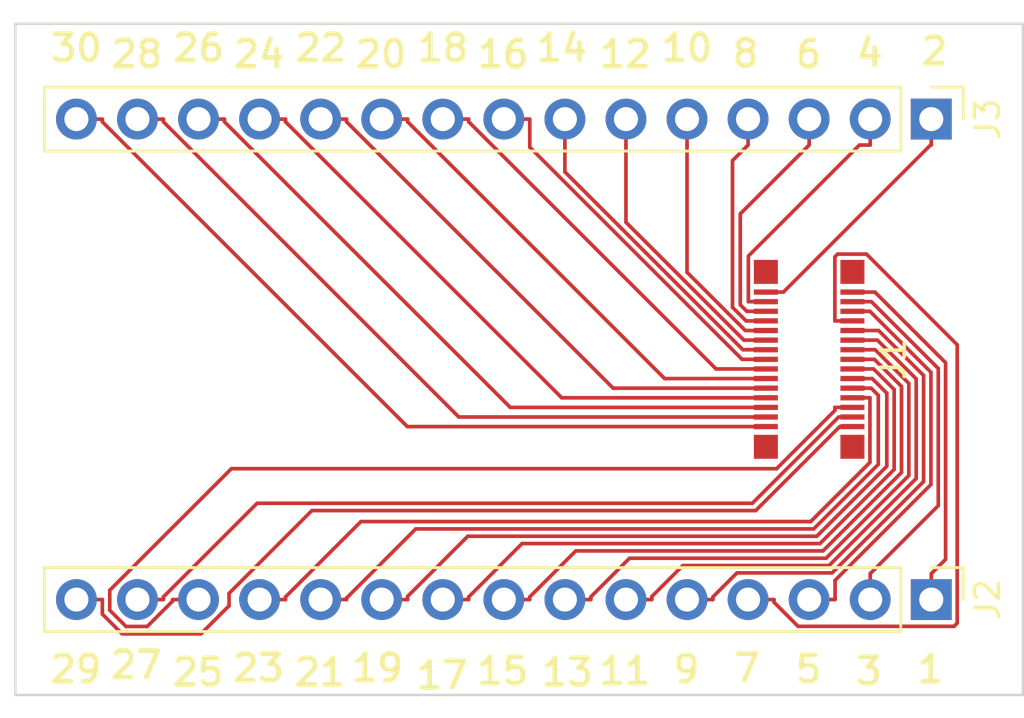
<source format=kicad_pcb>
(kicad_pcb (version 4) (host pcbnew 4.0.6)

  (general
    (links 30)
    (no_connects 0)
    (area 113.5826 82.804266 156.260001 112.775733)
    (thickness 1.6002)
    (drawings 35)
    (tracks 185)
    (zones 0)
    (modules 3)
    (nets 31)
  )

  (page A4)
  (layers
    (0 Top signal)
    (31 Bottom signal)
    (33 F.Adhes user)
    (35 F.Paste user)
    (37 F.SilkS user)
    (39 F.Mask user)
    (40 Dwgs.User user)
    (41 Cmts.User user)
    (42 Eco1.User user)
    (43 Eco2.User user)
    (44 Edge.Cuts user)
    (45 Margin user)
    (47 F.CrtYd user)
    (49 F.Fab user)
  )

  (setup
    (last_trace_width 0.1524)
    (trace_clearance 0.1524)
    (zone_clearance 0.508)
    (zone_45_only no)
    (trace_min 0.1524)
    (segment_width 0.2)
    (edge_width 0.1)
    (via_size 0.6858)
    (via_drill 0.3302)
    (via_min_size 0.6858)
    (via_min_drill 0.3302)
    (uvia_size 0.762)
    (uvia_drill 0.508)
    (uvias_allowed no)
    (uvia_min_size 0)
    (uvia_min_drill 0)
    (pcb_text_width 0.3)
    (pcb_text_size 1.1 1.1)
    (mod_edge_width 0.15)
    (mod_text_size 1 1)
    (mod_text_width 0.15)
    (pad_size 1.5 1.5)
    (pad_drill 0.6)
    (pad_to_mask_clearance 0)
    (aux_axis_origin 0 0)
    (visible_elements 7FFFFFFF)
    (pcbplotparams
      (layerselection 0x010a8_ffffffff)
      (usegerberextensions true)
      (excludeedgelayer true)
      (linewidth 0.100000)
      (plotframeref false)
      (viasonmask false)
      (mode 1)
      (useauxorigin false)
      (hpglpennumber 1)
      (hpglpenspeed 20)
      (hpglpendiameter 15)
      (hpglpenoverlay 2)
      (psnegative false)
      (psa4output false)
      (plotreference true)
      (plotvalue true)
      (plotinvisibletext false)
      (padsonsilk false)
      (subtractmaskfromsilk false)
      (outputformat 1)
      (mirror false)
      (drillshape 0)
      (scaleselection 1)
      (outputdirectory plots))
  )

  (net 0 "")
  (net 1 "Net-(J1-Pad1)")
  (net 2 "Net-(J1-Pad3)")
  (net 3 "Net-(J1-Pad5)")
  (net 4 "Net-(J1-Pad7)")
  (net 5 "Net-(J1-Pad9)")
  (net 6 "Net-(J1-Pad11)")
  (net 7 "Net-(J1-Pad13)")
  (net 8 "Net-(J1-Pad15)")
  (net 9 "Net-(J1-Pad17)")
  (net 10 "Net-(J1-Pad19)")
  (net 11 "Net-(J1-Pad21)")
  (net 12 "Net-(J1-Pad23)")
  (net 13 "Net-(J1-Pad25)")
  (net 14 "Net-(J1-Pad27)")
  (net 15 "Net-(J1-Pad29)")
  (net 16 "Net-(J1-Pad2)")
  (net 17 "Net-(J1-Pad4)")
  (net 18 "Net-(J1-Pad6)")
  (net 19 "Net-(J1-Pad8)")
  (net 20 "Net-(J1-Pad10)")
  (net 21 "Net-(J1-Pad12)")
  (net 22 "Net-(J1-Pad14)")
  (net 23 "Net-(J1-Pad16)")
  (net 24 "Net-(J1-Pad18)")
  (net 25 "Net-(J1-Pad20)")
  (net 26 "Net-(J1-Pad22)")
  (net 27 "Net-(J1-Pad24)")
  (net 28 "Net-(J1-Pad26)")
  (net 29 "Net-(J1-Pad28)")
  (net 30 "Net-(J1-Pad30)")

  (net_class Default "This is the default net class."
    (clearance 0.1524)
    (trace_width 0.1524)
    (via_dia 0.6858)
    (via_drill 0.3302)
    (uvia_dia 0.762)
    (uvia_drill 0.508)
    (add_net "Net-(J1-Pad1)")
    (add_net "Net-(J1-Pad10)")
    (add_net "Net-(J1-Pad11)")
    (add_net "Net-(J1-Pad12)")
    (add_net "Net-(J1-Pad13)")
    (add_net "Net-(J1-Pad14)")
    (add_net "Net-(J1-Pad15)")
    (add_net "Net-(J1-Pad16)")
    (add_net "Net-(J1-Pad17)")
    (add_net "Net-(J1-Pad18)")
    (add_net "Net-(J1-Pad19)")
    (add_net "Net-(J1-Pad2)")
    (add_net "Net-(J1-Pad20)")
    (add_net "Net-(J1-Pad21)")
    (add_net "Net-(J1-Pad22)")
    (add_net "Net-(J1-Pad23)")
    (add_net "Net-(J1-Pad24)")
    (add_net "Net-(J1-Pad25)")
    (add_net "Net-(J1-Pad26)")
    (add_net "Net-(J1-Pad27)")
    (add_net "Net-(J1-Pad28)")
    (add_net "Net-(J1-Pad29)")
    (add_net "Net-(J1-Pad3)")
    (add_net "Net-(J1-Pad30)")
    (add_net "Net-(J1-Pad4)")
    (add_net "Net-(J1-Pad5)")
    (add_net "Net-(J1-Pad6)")
    (add_net "Net-(J1-Pad7)")
    (add_net "Net-(J1-Pad8)")
    (add_net "Net-(J1-Pad9)")
  )

  (module Pin_Headers:Pin_Header_Straight_1x15_Pitch2.54mm locked placed (layer Top) (tedit 58CD4EC2) (tstamp 59092488)
    (at 152.4 107.79 270)
    (descr "Through hole straight pin header, 1x15, 2.54mm pitch, single row")
    (tags "Through hole pin header THT 1x15 2.54mm single row")
    (path /590920EA)
    (fp_text reference J2 (at 0 -2.33 270) (layer F.SilkS)
      (effects (font (size 1 1) (thickness 0.15)))
    )
    (fp_text value CONN_01X15 (at 0 37.89 270) (layer F.Fab)
      (effects (font (size 1 1) (thickness 0.15)))
    )
    (fp_line (start -1.27 -1.27) (end -1.27 36.83) (layer F.Fab) (width 0.1))
    (fp_line (start -1.27 36.83) (end 1.27 36.83) (layer F.Fab) (width 0.1))
    (fp_line (start 1.27 36.83) (end 1.27 -1.27) (layer F.Fab) (width 0.1))
    (fp_line (start 1.27 -1.27) (end -1.27 -1.27) (layer F.Fab) (width 0.1))
    (fp_line (start -1.33 1.27) (end -1.33 36.89) (layer F.SilkS) (width 0.12))
    (fp_line (start -1.33 36.89) (end 1.33 36.89) (layer F.SilkS) (width 0.12))
    (fp_line (start 1.33 36.89) (end 1.33 1.27) (layer F.SilkS) (width 0.12))
    (fp_line (start 1.33 1.27) (end -1.33 1.27) (layer F.SilkS) (width 0.12))
    (fp_line (start -1.33 0) (end -1.33 -1.33) (layer F.SilkS) (width 0.12))
    (fp_line (start -1.33 -1.33) (end 0 -1.33) (layer F.SilkS) (width 0.12))
    (fp_line (start -1.8 -1.8) (end -1.8 37.35) (layer F.CrtYd) (width 0.05))
    (fp_line (start -1.8 37.35) (end 1.8 37.35) (layer F.CrtYd) (width 0.05))
    (fp_line (start 1.8 37.35) (end 1.8 -1.8) (layer F.CrtYd) (width 0.05))
    (fp_line (start 1.8 -1.8) (end -1.8 -1.8) (layer F.CrtYd) (width 0.05))
    (fp_text user %R (at 0 -2.33 270) (layer F.Fab)
      (effects (font (size 1 1) (thickness 0.15)))
    )
    (pad 1 thru_hole rect (at 0 0 270) (size 1.7 1.7) (drill 1) (layers *.Cu *.Mask)
      (net 1 "Net-(J1-Pad1)"))
    (pad 2 thru_hole oval (at 0 2.54 270) (size 1.7 1.7) (drill 1) (layers *.Cu *.Mask)
      (net 2 "Net-(J1-Pad3)"))
    (pad 3 thru_hole oval (at 0 5.08 270) (size 1.7 1.7) (drill 1) (layers *.Cu *.Mask)
      (net 3 "Net-(J1-Pad5)"))
    (pad 4 thru_hole oval (at 0 7.62 270) (size 1.7 1.7) (drill 1) (layers *.Cu *.Mask)
      (net 4 "Net-(J1-Pad7)"))
    (pad 5 thru_hole oval (at 0 10.16 270) (size 1.7 1.7) (drill 1) (layers *.Cu *.Mask)
      (net 5 "Net-(J1-Pad9)"))
    (pad 6 thru_hole oval (at 0 12.7 270) (size 1.7 1.7) (drill 1) (layers *.Cu *.Mask)
      (net 6 "Net-(J1-Pad11)"))
    (pad 7 thru_hole oval (at 0 15.24 270) (size 1.7 1.7) (drill 1) (layers *.Cu *.Mask)
      (net 7 "Net-(J1-Pad13)"))
    (pad 8 thru_hole oval (at 0 17.78 270) (size 1.7 1.7) (drill 1) (layers *.Cu *.Mask)
      (net 8 "Net-(J1-Pad15)"))
    (pad 9 thru_hole oval (at 0 20.32 270) (size 1.7 1.7) (drill 1) (layers *.Cu *.Mask)
      (net 9 "Net-(J1-Pad17)"))
    (pad 10 thru_hole oval (at 0 22.86 270) (size 1.7 1.7) (drill 1) (layers *.Cu *.Mask)
      (net 10 "Net-(J1-Pad19)"))
    (pad 11 thru_hole oval (at 0 25.4 270) (size 1.7 1.7) (drill 1) (layers *.Cu *.Mask)
      (net 11 "Net-(J1-Pad21)"))
    (pad 12 thru_hole oval (at 0 27.94 270) (size 1.7 1.7) (drill 1) (layers *.Cu *.Mask)
      (net 12 "Net-(J1-Pad23)"))
    (pad 13 thru_hole oval (at 0 30.48 270) (size 1.7 1.7) (drill 1) (layers *.Cu *.Mask)
      (net 13 "Net-(J1-Pad25)"))
    (pad 14 thru_hole oval (at 0 33.02 270) (size 1.7 1.7) (drill 1) (layers *.Cu *.Mask)
      (net 14 "Net-(J1-Pad27)"))
    (pad 15 thru_hole oval (at 0 35.56 270) (size 1.7 1.7) (drill 1) (layers *.Cu *.Mask)
      (net 15 "Net-(J1-Pad29)"))
    (model ${KISYS3DMOD}/Pin_Headers.3dshapes/Pin_Header_Straight_1x15_Pitch2.54mm.wrl
      (at (xyz 0 -0.7 0))
      (scale (xyz 1 1 1))
      (rotate (xyz 0 0 90))
    )
  )

  (module Pin_Headers:Pin_Header_Straight_1x15_Pitch2.54mm locked placed (layer Top) (tedit 58CD4EC2) (tstamp 5909249B)
    (at 152.4 87.79 270)
    (descr "Through hole straight pin header, 1x15, 2.54mm pitch, single row")
    (tags "Through hole pin header THT 1x15 2.54mm single row")
    (path /59092171)
    (fp_text reference J3 (at 0 -2.33 270) (layer F.SilkS)
      (effects (font (size 1 1) (thickness 0.15)))
    )
    (fp_text value CONN_01X15 (at 0 37.89 270) (layer F.Fab)
      (effects (font (size 1 1) (thickness 0.15)))
    )
    (fp_line (start -1.27 -1.27) (end -1.27 36.83) (layer F.Fab) (width 0.1))
    (fp_line (start -1.27 36.83) (end 1.27 36.83) (layer F.Fab) (width 0.1))
    (fp_line (start 1.27 36.83) (end 1.27 -1.27) (layer F.Fab) (width 0.1))
    (fp_line (start 1.27 -1.27) (end -1.27 -1.27) (layer F.Fab) (width 0.1))
    (fp_line (start -1.33 1.27) (end -1.33 36.89) (layer F.SilkS) (width 0.12))
    (fp_line (start -1.33 36.89) (end 1.33 36.89) (layer F.SilkS) (width 0.12))
    (fp_line (start 1.33 36.89) (end 1.33 1.27) (layer F.SilkS) (width 0.12))
    (fp_line (start 1.33 1.27) (end -1.33 1.27) (layer F.SilkS) (width 0.12))
    (fp_line (start -1.33 0) (end -1.33 -1.33) (layer F.SilkS) (width 0.12))
    (fp_line (start -1.33 -1.33) (end 0 -1.33) (layer F.SilkS) (width 0.12))
    (fp_line (start -1.8 -1.8) (end -1.8 37.35) (layer F.CrtYd) (width 0.05))
    (fp_line (start -1.8 37.35) (end 1.8 37.35) (layer F.CrtYd) (width 0.05))
    (fp_line (start 1.8 37.35) (end 1.8 -1.8) (layer F.CrtYd) (width 0.05))
    (fp_line (start 1.8 -1.8) (end -1.8 -1.8) (layer F.CrtYd) (width 0.05))
    (fp_text user %R (at 0 -2.33 270) (layer F.Fab)
      (effects (font (size 1 1) (thickness 0.15)))
    )
    (pad 1 thru_hole rect (at 0 0 270) (size 1.7 1.7) (drill 1) (layers *.Cu *.Mask)
      (net 16 "Net-(J1-Pad2)"))
    (pad 2 thru_hole oval (at 0 2.54 270) (size 1.7 1.7) (drill 1) (layers *.Cu *.Mask)
      (net 17 "Net-(J1-Pad4)"))
    (pad 3 thru_hole oval (at 0 5.08 270) (size 1.7 1.7) (drill 1) (layers *.Cu *.Mask)
      (net 18 "Net-(J1-Pad6)"))
    (pad 4 thru_hole oval (at 0 7.62 270) (size 1.7 1.7) (drill 1) (layers *.Cu *.Mask)
      (net 19 "Net-(J1-Pad8)"))
    (pad 5 thru_hole oval (at 0 10.16 270) (size 1.7 1.7) (drill 1) (layers *.Cu *.Mask)
      (net 20 "Net-(J1-Pad10)"))
    (pad 6 thru_hole oval (at 0 12.7 270) (size 1.7 1.7) (drill 1) (layers *.Cu *.Mask)
      (net 21 "Net-(J1-Pad12)"))
    (pad 7 thru_hole oval (at 0 15.24 270) (size 1.7 1.7) (drill 1) (layers *.Cu *.Mask)
      (net 22 "Net-(J1-Pad14)"))
    (pad 8 thru_hole oval (at 0 17.78 270) (size 1.7 1.7) (drill 1) (layers *.Cu *.Mask)
      (net 23 "Net-(J1-Pad16)"))
    (pad 9 thru_hole oval (at 0 20.32 270) (size 1.7 1.7) (drill 1) (layers *.Cu *.Mask)
      (net 24 "Net-(J1-Pad18)"))
    (pad 10 thru_hole oval (at 0 22.86 270) (size 1.7 1.7) (drill 1) (layers *.Cu *.Mask)
      (net 25 "Net-(J1-Pad20)"))
    (pad 11 thru_hole oval (at 0 25.4 270) (size 1.7 1.7) (drill 1) (layers *.Cu *.Mask)
      (net 26 "Net-(J1-Pad22)"))
    (pad 12 thru_hole oval (at 0 27.94 270) (size 1.7 1.7) (drill 1) (layers *.Cu *.Mask)
      (net 27 "Net-(J1-Pad24)"))
    (pad 13 thru_hole oval (at 0 30.48 270) (size 1.7 1.7) (drill 1) (layers *.Cu *.Mask)
      (net 28 "Net-(J1-Pad26)"))
    (pad 14 thru_hole oval (at 0 33.02 270) (size 1.7 1.7) (drill 1) (layers *.Cu *.Mask)
      (net 29 "Net-(J1-Pad28)"))
    (pad 15 thru_hole oval (at 0 35.56 270) (size 1.7 1.7) (drill 1) (layers *.Cu *.Mask)
      (net 30 "Net-(J1-Pad30)"))
    (model ${KISYS3DMOD}/Pin_Headers.3dshapes/Pin_Header_Straight_1x15_Pitch2.54mm.wrl
      (at (xyz 0 -0.7 0))
      (scale (xyz 1 1 1))
      (rotate (xyz 0 0 90))
    )
  )

  (module Molex500913-0402:Molex_SlimStack_Plug_2x15_Pitch0.5mm_501920-3001 placed (layer Top) (tedit 590981CF) (tstamp 59092475)
    (at 147.32 97.79 270)
    (descr "Molex SlimStack plug, 02x15 contacts 0.5mm pitch 4mm height, http://www.molex.com/pdm_docs/sd/5019204001_sd.pdf")
    (tags "connector molex slimstack 501920-3001")
    (path /5901C966)
    (attr smd)
    (fp_text reference J1 (at 0 -3.5 270) (layer F.SilkS)
      (effects (font (size 1 1) (thickness 0.15)))
    )
    (fp_text value CONN_02X15 (at 0 3.5 270) (layer F.Fab)
      (effects (font (size 1 1) (thickness 0.15)))
    )
    (fp_line (start -5.2 -1.7) (end 5.2 -1.7) (layer F.Fab) (width 0.15))
    (fp_line (start 5.2 -1.7) (end 5.2 1.8) (layer F.Fab) (width 0.15))
    (fp_line (start 5.2 1.8) (end -5.2 1.8) (layer F.Fab) (width 0.15))
    (fp_line (start -5.2 1.8) (end -5.2 -1.7) (layer F.Fab) (width 0.15))
    (fp_text user %R (at 0 0 270) (layer F.Fab)
      (effects (font (size 1 1) (thickness 0.15)))
    )
    (pad x smd rect (at 3.64 1.8 270) (size 1 1) (layers Top F.Paste F.Mask))
    (pad x smd rect (at -3.64 1.8 270) (size 1 1) (layers Top F.Paste F.Mask))
    (pad x smd rect (at 3.64 -1.8 270) (size 1 1) (layers Top F.Paste F.Mask))
    (pad 1 smd rect (at -2.8 -1.8 270) (size 0.22 1) (layers Top F.Paste F.Mask)
      (net 1 "Net-(J1-Pad1)"))
    (pad 3 smd rect (at -2.4 -1.8 270) (size 0.22 1) (layers Top F.Paste F.Mask)
      (net 2 "Net-(J1-Pad3)"))
    (pad 5 smd rect (at -2 -1.8 270) (size 0.22 1) (layers Top F.Paste F.Mask)
      (net 3 "Net-(J1-Pad5)"))
    (pad 7 smd rect (at -1.6 -1.8 270) (size 0.22 1) (layers Top F.Paste F.Mask)
      (net 4 "Net-(J1-Pad7)"))
    (pad 9 smd rect (at -1.2 -1.8 270) (size 0.22 1) (layers Top F.Paste F.Mask)
      (net 5 "Net-(J1-Pad9)"))
    (pad 11 smd rect (at -0.8 -1.8 270) (size 0.22 1) (layers Top F.Paste F.Mask)
      (net 6 "Net-(J1-Pad11)"))
    (pad 13 smd rect (at -0.4 -1.8 270) (size 0.22 1) (layers Top F.Paste F.Mask)
      (net 7 "Net-(J1-Pad13)"))
    (pad 15 smd rect (at 0 -1.8 270) (size 0.22 1) (layers Top F.Paste F.Mask)
      (net 8 "Net-(J1-Pad15)"))
    (pad 17 smd rect (at 0.4 -1.8 270) (size 0.22 1) (layers Top F.Paste F.Mask)
      (net 9 "Net-(J1-Pad17)"))
    (pad 19 smd rect (at 0.8 -1.8 270) (size 0.22 1) (layers Top F.Paste F.Mask)
      (net 10 "Net-(J1-Pad19)"))
    (pad 21 smd rect (at 1.2 -1.8 270) (size 0.22 1) (layers Top F.Paste F.Mask)
      (net 11 "Net-(J1-Pad21)"))
    (pad 23 smd rect (at 1.6 -1.8 270) (size 0.22 1) (layers Top F.Paste F.Mask)
      (net 12 "Net-(J1-Pad23)"))
    (pad 25 smd rect (at 2 -1.8 270) (size 0.22 1) (layers Top F.Paste F.Mask)
      (net 13 "Net-(J1-Pad25)"))
    (pad 27 smd rect (at 2.4 -1.8 270) (size 0.22 1) (layers Top F.Paste F.Mask)
      (net 14 "Net-(J1-Pad27)"))
    (pad 29 smd rect (at 2.8 -1.8 270) (size 0.22 1) (layers Top F.Paste F.Mask)
      (net 15 "Net-(J1-Pad29)"))
    (pad 2 smd rect (at -2.8 1.8 270) (size 0.22 1) (layers Top F.Paste F.Mask)
      (net 16 "Net-(J1-Pad2)"))
    (pad 4 smd rect (at -2.4 1.8 270) (size 0.22 1) (layers Top F.Paste F.Mask)
      (net 17 "Net-(J1-Pad4)"))
    (pad 6 smd rect (at -2 1.8 270) (size 0.22 1) (layers Top F.Paste F.Mask)
      (net 18 "Net-(J1-Pad6)"))
    (pad 8 smd rect (at -1.6 1.8 270) (size 0.22 1) (layers Top F.Paste F.Mask)
      (net 19 "Net-(J1-Pad8)"))
    (pad 10 smd rect (at -1.2 1.8 270) (size 0.22 1) (layers Top F.Paste F.Mask)
      (net 20 "Net-(J1-Pad10)"))
    (pad 12 smd rect (at -0.8 1.8 270) (size 0.22 1) (layers Top F.Paste F.Mask)
      (net 21 "Net-(J1-Pad12)"))
    (pad 14 smd rect (at -0.4 1.8 270) (size 0.22 1) (layers Top F.Paste F.Mask)
      (net 22 "Net-(J1-Pad14)"))
    (pad 16 smd rect (at 0 1.8 270) (size 0.22 1) (layers Top F.Paste F.Mask)
      (net 23 "Net-(J1-Pad16)"))
    (pad 18 smd rect (at 0.4 1.8 270) (size 0.22 1) (layers Top F.Paste F.Mask)
      (net 24 "Net-(J1-Pad18)"))
    (pad 20 smd rect (at 0.8 1.8 270) (size 0.22 1) (layers Top F.Paste F.Mask)
      (net 25 "Net-(J1-Pad20)"))
    (pad 22 smd rect (at 1.2 1.8 270) (size 0.22 1) (layers Top F.Paste F.Mask)
      (net 26 "Net-(J1-Pad22)"))
    (pad 24 smd rect (at 1.6 1.8 270) (size 0.22 1) (layers Top F.Paste F.Mask)
      (net 27 "Net-(J1-Pad24)"))
    (pad 26 smd rect (at 2 1.8 270) (size 0.22 1) (layers Top F.Paste F.Mask)
      (net 28 "Net-(J1-Pad26)"))
    (pad 28 smd rect (at 2.4 1.8 270) (size 0.22 1) (layers Top F.Paste F.Mask)
      (net 29 "Net-(J1-Pad28)"))
    (pad 30 smd rect (at 2.8 1.8 270) (size 0.22 1) (layers Top F.Paste F.Mask)
      (net 30 "Net-(J1-Pad30)"))
    (pad x smd rect (at -3.64 -1.8 270) (size 1 1) (layers Top F.Paste F.Mask))
    (model ${KISYS3DMOD}/Connectors_Molex.3dshapes/Molex_SlimStack_Plug_2x15_Pitch0.5mm_501920-3001.wrl
      (at (xyz 0 0 0))
      (scale (xyz 1 1 1))
      (rotate (xyz 0 0 0))
    )
    (model C:/Users/ggira/Desktop/5009130302.wrl
      (at (xyz 0 0 0))
      (scale (xyz 0.3937 0.3937 0.3937))
      (rotate (xyz -90 0 0))
    )
  )

  (gr_line (start 114.3 83.82) (end 114.3 83.82) (layer Edge.Cuts) (width 0.1) (tstamp 59096513))
  (gr_line (start 156.21 83.82) (end 114.3 83.82) (layer Edge.Cuts) (width 0.1))
  (gr_line (start 156.21 111.76) (end 156.21 83.82) (layer Edge.Cuts) (width 0.1))
  (gr_line (start 114.3 111.76) (end 156.21 111.76) (layer Edge.Cuts) (width 0.1))
  (gr_line (start 114.3 83.82) (end 114.3 111.76) (layer Edge.Cuts) (width 0.1))
  (gr_text 28 (at 119.3546 85.09) (layer F.SilkS)
    (effects (font (size 1.1 1.1) (thickness 0.2)))
  )
  (gr_text 26 (at 121.92 84.836) (layer F.SilkS)
    (effects (font (size 1.1 1.1) (thickness 0.2)))
  )
  (gr_text 24 (at 124.4346 85.09) (layer F.SilkS)
    (effects (font (size 1.1 1.1) (thickness 0.2)))
  )
  (gr_text 22 (at 127 84.836) (layer F.SilkS)
    (effects (font (size 1.1 1.1) (thickness 0.2)))
  )
  (gr_text "20\n" (at 129.5146 85.09) (layer F.SilkS)
    (effects (font (size 1.1 1.1) (thickness 0.2)))
  )
  (gr_text 18 (at 132.08 84.836) (layer F.SilkS)
    (effects (font (size 1.1 1.1) (thickness 0.2)))
  )
  (gr_text 16 (at 134.5946 85.09) (layer F.SilkS)
    (effects (font (size 1.1 1.1) (thickness 0.2)))
  )
  (gr_text 14 (at 137.033 84.836) (layer F.SilkS)
    (effects (font (size 1.1 1.1) (thickness 0.2)))
  )
  (gr_text 12 (at 139.6746 85.09) (layer F.SilkS)
    (effects (font (size 1.1 1.1) (thickness 0.2)))
  )
  (gr_text 10 (at 142.24 84.836) (layer F.SilkS)
    (effects (font (size 1.1 1.1) (thickness 0.2)))
  )
  (gr_text 8 (at 144.6784 85.0646) (layer F.SilkS)
    (effects (font (size 1.1 1.1) (thickness 0.2)))
  )
  (gr_text 6 (at 147.2946 85.09) (layer F.SilkS)
    (effects (font (size 1.1 1.1) (thickness 0.2)))
  )
  (gr_text 4 (at 149.8346 85.0392) (layer F.SilkS)
    (effects (font (size 1.1 1.1) (thickness 0.2)))
  )
  (gr_text 2 (at 152.527 84.963) (layer F.SilkS)
    (effects (font (size 1.1 1.1) (thickness 0.2)))
  )
  (gr_text 30 (at 116.84 84.836) (layer F.SilkS)
    (effects (font (size 1.1 1.1) (thickness 0.2)))
  )
  (gr_text 29 (at 116.8146 110.6932) (layer F.SilkS)
    (effects (font (size 1.1 1.1) (thickness 0.2)))
  )
  (gr_text 27 (at 119.3292 110.5154) (layer F.SilkS)
    (effects (font (size 1.1 1.1) (thickness 0.2)))
  )
  (gr_text 25 (at 121.8946 110.8202) (layer F.SilkS)
    (effects (font (size 1.1 1.1) (thickness 0.2)))
  )
  (gr_text 23 (at 124.4092 110.6424) (layer F.SilkS)
    (effects (font (size 1.1 1.1) (thickness 0.2)))
  )
  (gr_text 21 (at 126.9746 110.8202) (layer F.SilkS)
    (effects (font (size 1.1 1.1) (thickness 0.2)))
  )
  (gr_text 19 (at 129.3622 110.6424) (layer F.SilkS)
    (effects (font (size 1.1 1.1) (thickness 0.2)))
  )
  (gr_text 17 (at 132.0546 110.9472) (layer F.SilkS)
    (effects (font (size 1.1 1.1) (thickness 0.2)))
  )
  (gr_text 15 (at 134.5692 110.7694) (layer F.SilkS)
    (effects (font (size 1.1 1.1) (thickness 0.2)))
  )
  (gr_text 13 (at 137.2616 110.8202) (layer F.SilkS)
    (effects (font (size 1.1 1.1) (thickness 0.2)))
  )
  (gr_text 11 (at 139.6492 110.7694) (layer F.SilkS)
    (effects (font (size 1.1 1.1) (thickness 0.2)))
  )
  (gr_text 9 (at 142.2146 110.6932) (layer F.SilkS)
    (effects (font (size 1.1 1.1) (thickness 0.2)))
  )
  (gr_text 7 (at 144.7292 110.6424) (layer F.SilkS)
    (effects (font (size 1.1 1.1) (thickness 0.2)))
  )
  (gr_text 5 (at 147.2946 110.6932) (layer F.SilkS)
    (effects (font (size 1.1 1.1) (thickness 0.2)))
  )
  (gr_text 3 (at 149.8092 110.7694) (layer F.SilkS)
    (effects (font (size 1.1 1.1) (thickness 0.2)))
  )
  (gr_text 1 (at 152.3746 110.6932) (layer F.SilkS)
    (effects (font (size 1.1 1.1) (thickness 0.2)))
  )

  (segment (start 152.4 107.79) (end 152.4 106.7111) (width 0.1524) (layer Top) (net 1))
  (segment (start 150.056 94.99) (end 149.12 94.99) (width 0.1524) (layer Top) (net 1))
  (segment (start 152.9966 97.9306) (end 150.056 94.99) (width 0.1524) (layer Top) (net 1))
  (segment (start 152.9966 106.1145) (end 152.9966 97.9306) (width 0.1524) (layer Top) (net 1))
  (segment (start 152.4 106.7111) (end 152.9966 106.1145) (width 0.1524) (layer Top) (net 1))
  (segment (start 149.86 107.79) (end 149.86 106.7111) (width 0.1524) (layer Top) (net 2))
  (segment (start 149.9113 95.39) (end 149.12 95.39) (width 0.1524) (layer Top) (net 2))
  (segment (start 152.6915 98.1702) (end 149.9113 95.39) (width 0.1524) (layer Top) (net 2))
  (segment (start 152.6915 103.8796) (end 152.6915 98.1702) (width 0.1524) (layer Top) (net 2))
  (segment (start 149.86 106.7111) (end 152.6915 103.8796) (width 0.1524) (layer Top) (net 2))
  (segment (start 149.12 95.79) (end 149.8489 95.79) (width 0.1524) (layer Top) (net 3))
  (segment (start 147.32 107.79) (end 148.3989 107.79) (width 0.1524) (layer Top) (net 3))
  (segment (start 152.3864 98.3275) (end 149.8489 95.79) (width 0.1524) (layer Top) (net 3))
  (segment (start 152.3864 103.0004) (end 152.3864 98.3275) (width 0.1524) (layer Top) (net 3))
  (segment (start 148.3989 106.9879) (end 152.3864 103.0004) (width 0.1524) (layer Top) (net 3))
  (segment (start 148.3989 107.79) (end 148.3989 106.9879) (width 0.1524) (layer Top) (net 3))
  (segment (start 145.8589 107.9018) (end 145.8589 107.79) (width 0.1524) (layer Top) (net 4))
  (segment (start 146.8605 108.9034) (end 145.8589 107.9018) (width 0.1524) (layer Top) (net 4))
  (segment (start 153.346 108.9034) (end 146.8605 108.9034) (width 0.1524) (layer Top) (net 4))
  (segment (start 153.479 108.7704) (end 153.346 108.9034) (width 0.1524) (layer Top) (net 4))
  (segment (start 153.479 97.1839) (end 153.479 108.7704) (width 0.1524) (layer Top) (net 4))
  (segment (start 149.703 93.4079) (end 153.479 97.1839) (width 0.1524) (layer Top) (net 4))
  (segment (start 148.5066 93.4079) (end 149.703 93.4079) (width 0.1524) (layer Top) (net 4))
  (segment (start 148.3911 93.5234) (end 148.5066 93.4079) (width 0.1524) (layer Top) (net 4))
  (segment (start 148.3911 96.19) (end 148.3911 93.5234) (width 0.1524) (layer Top) (net 4))
  (segment (start 149.12 96.19) (end 148.3911 96.19) (width 0.1524) (layer Top) (net 4))
  (segment (start 144.78 107.79) (end 145.8589 107.79) (width 0.1524) (layer Top) (net 4))
  (segment (start 143.3189 107.6782) (end 143.3189 107.79) (width 0.1524) (layer Top) (net 5))
  (segment (start 144.3182 106.6789) (end 143.3189 107.6782) (width 0.1524) (layer Top) (net 5))
  (segment (start 148.2764 106.6789) (end 144.3182 106.6789) (width 0.1524) (layer Top) (net 5))
  (segment (start 152.0813 102.874) (end 148.2764 106.6789) (width 0.1524) (layer Top) (net 5))
  (segment (start 152.0813 98.4626) (end 152.0813 102.874) (width 0.1524) (layer Top) (net 5))
  (segment (start 150.2087 96.59) (end 152.0813 98.4626) (width 0.1524) (layer Top) (net 5))
  (segment (start 149.12 96.59) (end 150.2087 96.59) (width 0.1524) (layer Top) (net 5))
  (segment (start 142.24 107.79) (end 143.3189 107.79) (width 0.1524) (layer Top) (net 5))
  (segment (start 139.7 107.79) (end 140.7789 107.79) (width 0.1524) (layer Top) (net 6))
  (segment (start 149.12 96.99) (end 149.8489 96.99) (width 0.1524) (layer Top) (net 6))
  (segment (start 140.7789 107.6604) (end 140.7789 107.79) (width 0.1524) (layer Top) (net 6))
  (segment (start 142.0656 106.3737) (end 140.7789 107.6604) (width 0.1524) (layer Top) (net 6))
  (segment (start 148.15 106.3737) (end 142.0656 106.3737) (width 0.1524) (layer Top) (net 6))
  (segment (start 151.772 102.7517) (end 148.15 106.3737) (width 0.1524) (layer Top) (net 6))
  (segment (start 151.772 98.6022) (end 151.772 102.7517) (width 0.1524) (layer Top) (net 6))
  (segment (start 150.1598 96.99) (end 151.772 98.6022) (width 0.1524) (layer Top) (net 6))
  (segment (start 149.8489 96.99) (end 150.1598 96.99) (width 0.1524) (layer Top) (net 6))
  (segment (start 149.12 97.39) (end 149.8489 97.39) (width 0.1524) (layer Top) (net 7))
  (segment (start 137.16 107.79) (end 138.2389 107.79) (width 0.1524) (layer Top) (net 7))
  (segment (start 138.2389 107.6782) (end 138.2389 107.79) (width 0.1524) (layer Top) (net 7))
  (segment (start 139.8485 106.0686) (end 138.2389 107.6782) (width 0.1524) (layer Top) (net 7))
  (segment (start 148.0234 106.0686) (end 139.8485 106.0686) (width 0.1524) (layer Top) (net 7))
  (segment (start 151.4669 102.6251) (end 148.0234 106.0686) (width 0.1524) (layer Top) (net 7))
  (segment (start 151.4669 98.7922) (end 151.4669 102.6251) (width 0.1524) (layer Top) (net 7))
  (segment (start 150.0647 97.39) (end 151.4669 98.7922) (width 0.1524) (layer Top) (net 7))
  (segment (start 149.8489 97.39) (end 150.0647 97.39) (width 0.1524) (layer Top) (net 7))
  (segment (start 134.62 107.79) (end 135.6989 107.79) (width 0.1524) (layer Top) (net 8))
  (segment (start 135.6989 107.6782) (end 135.6989 107.79) (width 0.1524) (layer Top) (net 8))
  (segment (start 137.6136 105.7635) (end 135.6989 107.6782) (width 0.1524) (layer Top) (net 8))
  (segment (start 147.8969 105.7635) (end 137.6136 105.7635) (width 0.1524) (layer Top) (net 8))
  (segment (start 151.1618 102.4986) (end 147.8969 105.7635) (width 0.1524) (layer Top) (net 8))
  (segment (start 151.1618 98.9187) (end 151.1618 102.4986) (width 0.1524) (layer Top) (net 8))
  (segment (start 150.0331 97.79) (end 151.1618 98.9187) (width 0.1524) (layer Top) (net 8))
  (segment (start 149.12 97.79) (end 150.0331 97.79) (width 0.1524) (layer Top) (net 8))
  (segment (start 132.08 107.79) (end 133.1589 107.79) (width 0.1524) (layer Top) (net 9))
  (segment (start 133.1589 107.6782) (end 133.1589 107.79) (width 0.1524) (layer Top) (net 9))
  (segment (start 135.3788 105.4583) (end 133.1589 107.6782) (width 0.1524) (layer Top) (net 9))
  (segment (start 147.7705 105.4583) (end 135.3788 105.4583) (width 0.1524) (layer Top) (net 9))
  (segment (start 150.8567 102.3721) (end 147.7705 105.4583) (width 0.1524) (layer Top) (net 9))
  (segment (start 150.8567 99.0452) (end 150.8567 102.3721) (width 0.1524) (layer Top) (net 9))
  (segment (start 150.0015 98.19) (end 150.8567 99.0452) (width 0.1524) (layer Top) (net 9))
  (segment (start 149.12 98.19) (end 150.0015 98.19) (width 0.1524) (layer Top) (net 9))
  (segment (start 129.54 107.79) (end 130.6189 107.79) (width 0.1524) (layer Top) (net 10))
  (segment (start 130.6189 107.655) (end 130.6189 107.79) (width 0.1524) (layer Top) (net 10))
  (segment (start 133.1208 105.1531) (end 130.6189 107.655) (width 0.1524) (layer Top) (net 10))
  (segment (start 147.6384 105.1531) (end 133.1208 105.1531) (width 0.1524) (layer Top) (net 10))
  (segment (start 150.5515 102.24) (end 147.6384 105.1531) (width 0.1524) (layer Top) (net 10))
  (segment (start 150.5515 99.1978) (end 150.5515 102.24) (width 0.1524) (layer Top) (net 10))
  (segment (start 149.9437 98.59) (end 150.5515 99.1978) (width 0.1524) (layer Top) (net 10))
  (segment (start 149.12 98.59) (end 149.9437 98.59) (width 0.1524) (layer Top) (net 10))
  (segment (start 127 107.79) (end 128.0789 107.79) (width 0.1524) (layer Top) (net 11))
  (segment (start 128.0789 107.7251) (end 128.0789 107.79) (width 0.1524) (layer Top) (net 11))
  (segment (start 130.956 104.848) (end 128.0789 107.7251) (width 0.1524) (layer Top) (net 11))
  (segment (start 147.5118 104.848) (end 130.956 104.848) (width 0.1524) (layer Top) (net 11))
  (segment (start 150.1959 102.1639) (end 147.5118 104.848) (width 0.1524) (layer Top) (net 11))
  (segment (start 150.1959 99.2869) (end 150.1959 102.1639) (width 0.1524) (layer Top) (net 11))
  (segment (start 149.899 98.99) (end 150.1959 99.2869) (width 0.1524) (layer Top) (net 11))
  (segment (start 149.12 98.99) (end 149.899 98.99) (width 0.1524) (layer Top) (net 11))
  (segment (start 149.12 99.39) (end 149.8489 99.39) (width 0.1524) (layer Top) (net 12))
  (segment (start 124.46 107.79) (end 125.5389 107.79) (width 0.1524) (layer Top) (net 12))
  (segment (start 125.5389 107.6782) (end 125.5389 107.79) (width 0.1524) (layer Top) (net 12))
  (segment (start 128.6742 104.5429) (end 125.5389 107.6782) (width 0.1524) (layer Top) (net 12))
  (segment (start 147.3843 104.5429) (end 128.6742 104.5429) (width 0.1524) (layer Top) (net 12))
  (segment (start 149.8489 102.0783) (end 147.3843 104.5429) (width 0.1524) (layer Top) (net 12))
  (segment (start 149.8489 99.39) (end 149.8489 102.0783) (width 0.1524) (layer Top) (net 12))
  (segment (start 120.8411 107.8549) (end 120.8411 107.79) (width 0.1524) (layer Top) (net 13))
  (segment (start 119.787 108.909) (end 120.8411 107.8549) (width 0.1524) (layer Top) (net 13))
  (segment (start 118.903 108.909) (end 119.787 108.909) (width 0.1524) (layer Top) (net 13))
  (segment (start 118.2274 108.2334) (end 118.903 108.909) (width 0.1524) (layer Top) (net 13))
  (segment (start 118.2274 107.4009) (end 118.2274 108.2334) (width 0.1524) (layer Top) (net 13))
  (segment (start 123.2861 102.3422) (end 118.2274 107.4009) (width 0.1524) (layer Top) (net 13))
  (segment (start 145.9654 102.3422) (end 123.2861 102.3422) (width 0.1524) (layer Top) (net 13))
  (segment (start 148.3911 99.9165) (end 145.9654 102.3422) (width 0.1524) (layer Top) (net 13))
  (segment (start 148.3911 99.79) (end 148.3911 99.9165) (width 0.1524) (layer Top) (net 13))
  (segment (start 121.92 107.79) (end 120.8411 107.79) (width 0.1524) (layer Top) (net 13))
  (segment (start 149.12 99.79) (end 148.3911 99.79) (width 0.1524) (layer Top) (net 13))
  (segment (start 119.38 107.79) (end 120.4589 107.79) (width 0.1524) (layer Top) (net 14))
  (segment (start 120.4589 107.6782) (end 120.4589 107.79) (width 0.1524) (layer Top) (net 14))
  (segment (start 124.357 103.7801) (end 120.4589 107.6782) (width 0.1524) (layer Top) (net 14))
  (segment (start 144.959 103.7801) (end 124.357 103.7801) (width 0.1524) (layer Top) (net 14))
  (segment (start 148.5491 100.19) (end 144.959 103.7801) (width 0.1524) (layer Top) (net 14))
  (segment (start 149.12 100.19) (end 148.5491 100.19) (width 0.1524) (layer Top) (net 14))
  (segment (start 117.9189 108.3951) (end 117.9189 107.79) (width 0.1524) (layer Top) (net 15))
  (segment (start 118.7391 109.2153) (end 117.9189 108.3951) (width 0.1524) (layer Top) (net 15))
  (segment (start 122.0225 109.2153) (end 118.7391 109.2153) (width 0.1524) (layer Top) (net 15))
  (segment (start 123.19 108.0478) (end 122.0225 109.2153) (width 0.1524) (layer Top) (net 15))
  (segment (start 123.19 107.5302) (end 123.19 108.0478) (width 0.1524) (layer Top) (net 15))
  (segment (start 126.635 104.0852) (end 123.19 107.5302) (width 0.1524) (layer Top) (net 15))
  (segment (start 145.0963 104.0852) (end 126.635 104.0852) (width 0.1524) (layer Top) (net 15))
  (segment (start 148.5915 100.59) (end 145.0963 104.0852) (width 0.1524) (layer Top) (net 15))
  (segment (start 149.12 100.59) (end 148.5915 100.59) (width 0.1524) (layer Top) (net 15))
  (segment (start 116.84 107.79) (end 117.9189 107.79) (width 0.1524) (layer Top) (net 15))
  (segment (start 152.37 88.8689) (end 152.4 88.8689) (width 0.1524) (layer Top) (net 16))
  (segment (start 146.2489 94.99) (end 152.37 88.8689) (width 0.1524) (layer Top) (net 16))
  (segment (start 145.52 94.99) (end 146.2489 94.99) (width 0.1524) (layer Top) (net 16))
  (segment (start 152.4 87.79) (end 152.4 88.8689) (width 0.1524) (layer Top) (net 16))
  (segment (start 149.4129 88.8689) (end 149.86 88.8689) (width 0.1524) (layer Top) (net 17))
  (segment (start 144.7911 93.4907) (end 149.4129 88.8689) (width 0.1524) (layer Top) (net 17))
  (segment (start 144.7911 95.39) (end 144.7911 93.4907) (width 0.1524) (layer Top) (net 17))
  (segment (start 145.52 95.39) (end 144.7911 95.39) (width 0.1524) (layer Top) (net 17))
  (segment (start 149.86 87.79) (end 149.86 88.8689) (width 0.1524) (layer Top) (net 17))
  (segment (start 145.52 95.79) (end 144.7911 95.79) (width 0.1524) (layer Top) (net 18))
  (segment (start 147.32 87.79) (end 147.32 88.8689) (width 0.1524) (layer Top) (net 18))
  (segment (start 144.7279 95.79) (end 144.7911 95.79) (width 0.1524) (layer Top) (net 18))
  (segment (start 144.4544 95.5165) (end 144.7279 95.79) (width 0.1524) (layer Top) (net 18))
  (segment (start 144.4544 91.7345) (end 144.4544 95.5165) (width 0.1524) (layer Top) (net 18))
  (segment (start 147.32 88.8689) (end 144.4544 91.7345) (width 0.1524) (layer Top) (net 18))
  (segment (start 144.78 87.79) (end 144.78 88.8689) (width 0.1524) (layer Top) (net 19))
  (segment (start 144.6963 96.19) (end 145.52 96.19) (width 0.1524) (layer Top) (net 19))
  (segment (start 144.1322 95.6259) (end 144.6963 96.19) (width 0.1524) (layer Top) (net 19))
  (segment (start 144.1322 89.5167) (end 144.1322 95.6259) (width 0.1524) (layer Top) (net 19))
  (segment (start 144.78 88.8689) (end 144.1322 89.5167) (width 0.1524) (layer Top) (net 19))
  (segment (start 142.24 87.79) (end 142.24 88.8689) (width 0.1524) (layer Top) (net 20))
  (segment (start 145.52 96.59) (end 144.7911 96.59) (width 0.1524) (layer Top) (net 20))
  (segment (start 144.6647 96.59) (end 144.7911 96.59) (width 0.1524) (layer Top) (net 20))
  (segment (start 142.24 94.1653) (end 144.6647 96.59) (width 0.1524) (layer Top) (net 20))
  (segment (start 142.24 88.8689) (end 142.24 94.1653) (width 0.1524) (layer Top) (net 20))
  (segment (start 139.7 92.0832) (end 139.7 88.8689) (width 0.1524) (layer Top) (net 21))
  (segment (start 144.6068 96.99) (end 139.7 92.0832) (width 0.1524) (layer Top) (net 21))
  (segment (start 145.52 96.99) (end 144.6068 96.99) (width 0.1524) (layer Top) (net 21))
  (segment (start 139.7 87.79) (end 139.7 88.8689) (width 0.1524) (layer Top) (net 21))
  (segment (start 145.52 97.39) (end 144.7911 97.39) (width 0.1524) (layer Top) (net 22))
  (segment (start 144.5623 97.39) (end 144.7911 97.39) (width 0.1524) (layer Top) (net 22))
  (segment (start 137.16 89.9877) (end 144.5623 97.39) (width 0.1524) (layer Top) (net 22))
  (segment (start 137.16 87.79) (end 137.16 89.9877) (width 0.1524) (layer Top) (net 22))
  (segment (start 134.62 87.79) (end 135.6989 87.79) (width 0.1524) (layer Top) (net 23))
  (segment (start 145.52 97.79) (end 144.7911 97.79) (width 0.1524) (layer Top) (net 23))
  (segment (start 144.5306 97.79) (end 144.7911 97.79) (width 0.1524) (layer Top) (net 23))
  (segment (start 135.6989 88.9583) (end 144.5306 97.79) (width 0.1524) (layer Top) (net 23))
  (segment (start 135.6989 87.79) (end 135.6989 88.9583) (width 0.1524) (layer Top) (net 23))
  (segment (start 133.1589 87.9018) (end 133.1589 87.79) (width 0.1524) (layer Top) (net 24))
  (segment (start 143.4471 98.19) (end 133.1589 87.9018) (width 0.1524) (layer Top) (net 24))
  (segment (start 145.52 98.19) (end 143.4471 98.19) (width 0.1524) (layer Top) (net 24))
  (segment (start 132.08 87.79) (end 133.1589 87.79) (width 0.1524) (layer Top) (net 24))
  (segment (start 130.6189 87.9018) (end 130.6189 87.79) (width 0.1524) (layer Top) (net 25))
  (segment (start 141.3071 98.59) (end 130.6189 87.9018) (width 0.1524) (layer Top) (net 25))
  (segment (start 145.52 98.59) (end 141.3071 98.59) (width 0.1524) (layer Top) (net 25))
  (segment (start 129.54 87.79) (end 130.6189 87.79) (width 0.1524) (layer Top) (net 25))
  (segment (start 128.0789 87.9018) (end 128.0789 87.79) (width 0.1524) (layer Top) (net 26))
  (segment (start 139.1671 98.99) (end 128.0789 87.9018) (width 0.1524) (layer Top) (net 26))
  (segment (start 145.52 98.99) (end 139.1671 98.99) (width 0.1524) (layer Top) (net 26))
  (segment (start 127 87.79) (end 128.0789 87.79) (width 0.1524) (layer Top) (net 26))
  (segment (start 125.5389 87.9018) (end 125.5389 87.79) (width 0.1524) (layer Top) (net 27))
  (segment (start 137.0271 99.39) (end 125.5389 87.9018) (width 0.1524) (layer Top) (net 27))
  (segment (start 145.52 99.39) (end 137.0271 99.39) (width 0.1524) (layer Top) (net 27))
  (segment (start 124.46 87.79) (end 125.5389 87.79) (width 0.1524) (layer Top) (net 27))
  (segment (start 122.9989 87.9018) (end 122.9989 87.79) (width 0.1524) (layer Top) (net 28))
  (segment (start 134.8871 99.79) (end 122.9989 87.9018) (width 0.1524) (layer Top) (net 28))
  (segment (start 145.52 99.79) (end 134.8871 99.79) (width 0.1524) (layer Top) (net 28))
  (segment (start 121.92 87.79) (end 122.9989 87.79) (width 0.1524) (layer Top) (net 28))
  (segment (start 119.38 87.79) (end 120.4589 87.79) (width 0.1524) (layer Top) (net 29))
  (segment (start 120.4589 87.9018) (end 120.4589 87.79) (width 0.1524) (layer Top) (net 29))
  (segment (start 132.7471 100.19) (end 120.4589 87.9018) (width 0.1524) (layer Top) (net 29))
  (segment (start 145.52 100.19) (end 132.7471 100.19) (width 0.1524) (layer Top) (net 29))
  (segment (start 117.9189 87.9018) (end 117.9189 87.79) (width 0.1524) (layer Top) (net 30))
  (segment (start 130.6071 100.59) (end 117.9189 87.9018) (width 0.1524) (layer Top) (net 30))
  (segment (start 145.52 100.59) (end 130.6071 100.59) (width 0.1524) (layer Top) (net 30))
  (segment (start 116.84 87.79) (end 117.9189 87.79) (width 0.1524) (layer Top) (net 30))

)

</source>
